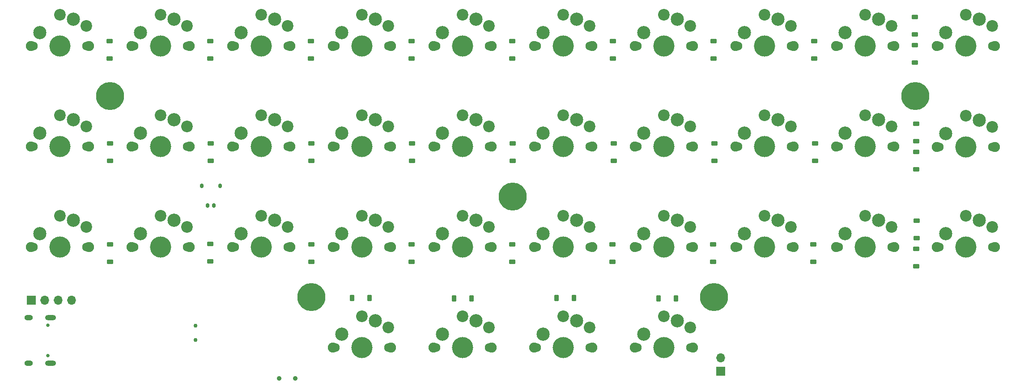
<source format=gbr>
%TF.GenerationSoftware,KiCad,Pcbnew,8.0.9-8.0.9-0~ubuntu22.04.1*%
%TF.CreationDate,2025-10-12T01:46:20+08:00*%
%TF.ProjectId,macropad,6d616372-6f70-4616-942e-6b696361645f,rev?*%
%TF.SameCoordinates,Original*%
%TF.FileFunction,Soldermask,Bot*%
%TF.FilePolarity,Negative*%
%FSLAX46Y46*%
G04 Gerber Fmt 4.6, Leading zero omitted, Abs format (unit mm)*
G04 Created by KiCad (PCBNEW 8.0.9-8.0.9-0~ubuntu22.04.1) date 2025-10-12 01:46:20*
%MOMM*%
%LPD*%
G01*
G04 APERTURE LIST*
G04 Aperture macros list*
%AMRoundRect*
0 Rectangle with rounded corners*
0 $1 Rounding radius*
0 $2 $3 $4 $5 $6 $7 $8 $9 X,Y pos of 4 corners*
0 Add a 4 corners polygon primitive as box body*
4,1,4,$2,$3,$4,$5,$6,$7,$8,$9,$2,$3,0*
0 Add four circle primitives for the rounded corners*
1,1,$1+$1,$2,$3*
1,1,$1+$1,$4,$5*
1,1,$1+$1,$6,$7*
1,1,$1+$1,$8,$9*
0 Add four rect primitives between the rounded corners*
20,1,$1+$1,$2,$3,$4,$5,0*
20,1,$1+$1,$4,$5,$6,$7,0*
20,1,$1+$1,$6,$7,$8,$9,0*
20,1,$1+$1,$8,$9,$2,$3,0*%
G04 Aperture macros list end*
%ADD10R,1.700000X1.700000*%
%ADD11O,1.700000X1.700000*%
%ADD12C,1.900000*%
%ADD13C,1.750000*%
%ADD14C,3.450000*%
%ADD15C,4.000000*%
%ADD16C,2.500000*%
%ADD17C,2.200000*%
%ADD18C,5.300000*%
%ADD19C,0.750000*%
%ADD20C,0.650000*%
%ADD21O,2.100000X1.000000*%
%ADD22O,1.600000X1.000000*%
%ADD23C,0.900000*%
%ADD24RoundRect,0.225000X0.375000X-0.225000X0.375000X0.225000X-0.375000X0.225000X-0.375000X-0.225000X0*%
%ADD25RoundRect,0.225000X-0.375000X0.225000X-0.375000X-0.225000X0.375000X-0.225000X0.375000X0.225000X0*%
%ADD26RoundRect,0.225000X-0.225000X-0.375000X0.225000X-0.375000X0.225000X0.375000X-0.225000X0.375000X0*%
%ADD27RoundRect,0.150000X-0.150000X-0.275000X0.150000X-0.275000X0.150000X0.275000X-0.150000X0.275000X0*%
%ADD28RoundRect,0.175000X-0.175000X-0.225000X0.175000X-0.225000X0.175000X0.225000X-0.175000X0.225000X0*%
G04 APERTURE END LIST*
D10*
%TO.C,JSWD1*%
X118430000Y-95800000D03*
D11*
X120970000Y-95800000D03*
X123510000Y-95800000D03*
X126050000Y-95800000D03*
%TD*%
D10*
%TO.C,J2*%
X248900000Y-109275723D03*
D11*
X248900000Y-106735723D03*
%TD*%
D12*
%TO.C,SW27*%
X232625000Y-104775000D03*
D13*
X233045000Y-104775000D03*
D14*
X238125000Y-104775000D03*
D15*
X238125000Y-104775000D03*
D13*
X243205000Y-104775000D03*
D12*
X243625000Y-104775000D03*
D16*
X234315000Y-102235000D03*
D17*
X238125000Y-98875000D03*
D16*
X240665000Y-99695000D03*
D17*
X243125000Y-100975000D03*
%TD*%
D12*
%TO.C,SW20*%
X289775000Y-85725000D03*
D13*
X290195000Y-85725000D03*
D14*
X295275000Y-85725000D03*
D15*
X295275000Y-85725000D03*
D13*
X300355000Y-85725000D03*
D12*
X300775000Y-85725000D03*
D16*
X291465000Y-83185000D03*
D17*
X295275000Y-79825000D03*
D16*
X297815000Y-80645000D03*
D17*
X300275000Y-81925000D03*
%TD*%
D12*
%TO.C,SW19*%
X270725000Y-85725000D03*
D13*
X271145000Y-85725000D03*
D14*
X276225000Y-85725000D03*
D15*
X276225000Y-85725000D03*
D13*
X281305000Y-85725000D03*
D12*
X281725000Y-85725000D03*
D16*
X272415000Y-83185000D03*
D17*
X276225000Y-79825000D03*
D16*
X278765000Y-80645000D03*
D17*
X281225000Y-81925000D03*
%TD*%
D12*
%TO.C,SW33*%
X156425000Y-47625000D03*
D13*
X156845000Y-47625000D03*
D14*
X161925000Y-47625000D03*
D15*
X161925000Y-47625000D03*
D13*
X167005000Y-47625000D03*
D12*
X167425000Y-47625000D03*
D16*
X158115000Y-45085000D03*
D17*
X161925000Y-41725000D03*
D16*
X164465000Y-42545000D03*
D17*
X166925000Y-43825000D03*
%TD*%
D12*
%TO.C,SW35*%
X194525000Y-47625000D03*
D13*
X194945000Y-47625000D03*
D14*
X200025000Y-47625000D03*
D15*
X200025000Y-47625000D03*
D13*
X205105000Y-47625000D03*
D12*
X205525000Y-47625000D03*
D16*
X196215000Y-45085000D03*
D17*
X200025000Y-41725000D03*
D16*
X202565000Y-42545000D03*
D17*
X205025000Y-43825000D03*
%TD*%
D12*
%TO.C,SW12*%
X137375000Y-85725000D03*
D13*
X137795000Y-85725000D03*
D14*
X142875000Y-85725000D03*
D15*
X142875000Y-85725000D03*
D13*
X147955000Y-85725000D03*
D12*
X148375000Y-85725000D03*
D16*
X139065000Y-83185000D03*
D17*
X142875000Y-79825000D03*
D16*
X145415000Y-80645000D03*
D17*
X147875000Y-81925000D03*
%TD*%
D12*
%TO.C,SW37*%
X232625000Y-47625000D03*
D13*
X233045000Y-47625000D03*
D14*
X238125000Y-47625000D03*
D15*
X238125000Y-47625000D03*
D13*
X243205000Y-47625000D03*
D12*
X243625000Y-47625000D03*
D16*
X234315000Y-45085000D03*
D17*
X238125000Y-41725000D03*
D16*
X240665000Y-42545000D03*
D17*
X243125000Y-43825000D03*
%TD*%
D12*
%TO.C,SW26*%
X213575000Y-104775000D03*
D13*
X213995000Y-104775000D03*
D14*
X219075000Y-104775000D03*
D15*
X219075000Y-104775000D03*
D13*
X224155000Y-104775000D03*
D12*
X224575000Y-104775000D03*
D16*
X215265000Y-102235000D03*
D17*
X219075000Y-98875000D03*
D16*
X221615000Y-99695000D03*
D17*
X224075000Y-100975000D03*
%TD*%
D12*
%TO.C,SW32*%
X137375000Y-47625000D03*
D13*
X137795000Y-47625000D03*
D14*
X142875000Y-47625000D03*
D15*
X142875000Y-47625000D03*
D13*
X147955000Y-47625000D03*
D12*
X148375000Y-47625000D03*
D16*
X139065000Y-45085000D03*
D17*
X142875000Y-41725000D03*
D16*
X145415000Y-42545000D03*
D17*
X147875000Y-43825000D03*
%TD*%
D12*
%TO.C,SW15*%
X194525000Y-85725000D03*
D13*
X194945000Y-85725000D03*
D14*
X200025000Y-85725000D03*
D15*
X200025000Y-85725000D03*
D13*
X205105000Y-85725000D03*
D12*
X205525000Y-85725000D03*
D16*
X196215000Y-83185000D03*
D17*
X200025000Y-79825000D03*
D16*
X202565000Y-80645000D03*
D17*
X205025000Y-81925000D03*
%TD*%
D12*
%TO.C,SW7*%
X232625000Y-66675000D03*
D13*
X233045000Y-66675000D03*
D14*
X238125000Y-66675000D03*
D15*
X238125000Y-66675000D03*
D13*
X243205000Y-66675000D03*
D12*
X243625000Y-66675000D03*
D16*
X234315000Y-64135000D03*
D17*
X238125000Y-60775000D03*
D16*
X240665000Y-61595000D03*
D17*
X243125000Y-62875000D03*
%TD*%
D12*
%TO.C,SW34*%
X175475000Y-47625000D03*
D13*
X175895000Y-47625000D03*
D14*
X180975000Y-47625000D03*
D15*
X180975000Y-47625000D03*
D13*
X186055000Y-47625000D03*
D12*
X186475000Y-47625000D03*
D16*
X177165000Y-45085000D03*
D17*
X180975000Y-41725000D03*
D16*
X183515000Y-42545000D03*
D17*
X185975000Y-43825000D03*
%TD*%
D12*
%TO.C,SW25*%
X194525000Y-104775000D03*
D13*
X194945000Y-104775000D03*
D14*
X200025000Y-104775000D03*
D15*
X200025000Y-104775000D03*
D13*
X205105000Y-104775000D03*
D12*
X205525000Y-104775000D03*
D16*
X196215000Y-102235000D03*
D17*
X200025000Y-98875000D03*
D16*
X202565000Y-99695000D03*
D17*
X205025000Y-100975000D03*
%TD*%
D12*
%TO.C,SW38*%
X251675000Y-47625000D03*
D13*
X252095000Y-47625000D03*
D14*
X257175000Y-47625000D03*
D15*
X257175000Y-47625000D03*
D13*
X262255000Y-47625000D03*
D12*
X262675000Y-47625000D03*
D16*
X253365000Y-45085000D03*
D17*
X257175000Y-41725000D03*
D16*
X259715000Y-42545000D03*
D17*
X262175000Y-43825000D03*
%TD*%
D12*
%TO.C,SW31*%
X118325000Y-47625000D03*
D13*
X118745000Y-47625000D03*
D14*
X123825000Y-47625000D03*
D15*
X123825000Y-47625000D03*
D13*
X128905000Y-47625000D03*
D12*
X129325000Y-47625000D03*
D16*
X120015000Y-45085000D03*
D17*
X123825000Y-41725000D03*
D16*
X126365000Y-42545000D03*
D17*
X128825000Y-43825000D03*
%TD*%
D12*
%TO.C,SW13*%
X156425000Y-85725000D03*
D13*
X156845000Y-85725000D03*
D14*
X161925000Y-85725000D03*
D15*
X161925000Y-85725000D03*
D13*
X167005000Y-85725000D03*
D12*
X167425000Y-85725000D03*
D16*
X158115000Y-83185000D03*
D17*
X161925000Y-79825000D03*
D16*
X164465000Y-80645000D03*
D17*
X166925000Y-81925000D03*
%TD*%
D12*
%TO.C,SW6*%
X213575000Y-66675000D03*
D13*
X213995000Y-66675000D03*
D14*
X219075000Y-66675000D03*
D15*
X219075000Y-66675000D03*
D13*
X224155000Y-66675000D03*
D12*
X224575000Y-66675000D03*
D16*
X215265000Y-64135000D03*
D17*
X219075000Y-60775000D03*
D16*
X221615000Y-61595000D03*
D17*
X224075000Y-62875000D03*
%TD*%
D12*
%TO.C,SW2*%
X137375000Y-66675000D03*
D13*
X137795000Y-66675000D03*
D14*
X142875000Y-66675000D03*
D15*
X142875000Y-66675000D03*
D13*
X147955000Y-66675000D03*
D12*
X148375000Y-66675000D03*
D16*
X139065000Y-64135000D03*
D17*
X142875000Y-60775000D03*
D16*
X145415000Y-61595000D03*
D17*
X147875000Y-62875000D03*
%TD*%
D12*
%TO.C,SW3*%
X156425000Y-66675000D03*
D13*
X156845000Y-66675000D03*
D14*
X161925000Y-66675000D03*
D15*
X161925000Y-66675000D03*
D13*
X167005000Y-66675000D03*
D12*
X167425000Y-66675000D03*
D16*
X158115000Y-64135000D03*
D17*
X161925000Y-60775000D03*
D16*
X164465000Y-61595000D03*
D17*
X166925000Y-62875000D03*
%TD*%
D12*
%TO.C,SW11*%
X118325000Y-85725000D03*
D13*
X118745000Y-85725000D03*
D14*
X123825000Y-85725000D03*
D15*
X123825000Y-85725000D03*
D13*
X128905000Y-85725000D03*
D12*
X129325000Y-85725000D03*
D16*
X120015000Y-83185000D03*
D17*
X123825000Y-79825000D03*
D16*
X126365000Y-80645000D03*
D17*
X128825000Y-81925000D03*
%TD*%
D12*
%TO.C,SW24*%
X175475000Y-104775000D03*
D13*
X175895000Y-104775000D03*
D14*
X180975000Y-104775000D03*
D15*
X180975000Y-104775000D03*
D13*
X186055000Y-104775000D03*
D12*
X186475000Y-104775000D03*
D16*
X177165000Y-102235000D03*
D17*
X180975000Y-98875000D03*
D16*
X183515000Y-99695000D03*
D17*
X185975000Y-100975000D03*
%TD*%
D12*
%TO.C,SW1*%
X118325000Y-66675000D03*
D13*
X118745000Y-66675000D03*
D14*
X123825000Y-66675000D03*
D15*
X123825000Y-66675000D03*
D13*
X128905000Y-66675000D03*
D12*
X129325000Y-66675000D03*
D16*
X120015000Y-64135000D03*
D17*
X123825000Y-60775000D03*
D16*
X126365000Y-61595000D03*
D17*
X128825000Y-62875000D03*
%TD*%
D12*
%TO.C,SW39*%
X270725000Y-47625000D03*
D13*
X271145000Y-47625000D03*
D14*
X276225000Y-47625000D03*
D15*
X276225000Y-47625000D03*
D13*
X281305000Y-47625000D03*
D12*
X281725000Y-47625000D03*
D16*
X272415000Y-45085000D03*
D17*
X276225000Y-41725000D03*
D16*
X278765000Y-42545000D03*
D17*
X281225000Y-43825000D03*
%TD*%
D12*
%TO.C,SW4*%
X175475000Y-66675000D03*
D13*
X175895000Y-66675000D03*
D14*
X180975000Y-66675000D03*
D15*
X180975000Y-66675000D03*
D13*
X186055000Y-66675000D03*
D12*
X186475000Y-66675000D03*
D16*
X177165000Y-64135000D03*
D17*
X180975000Y-60775000D03*
D16*
X183515000Y-61595000D03*
D17*
X185975000Y-62875000D03*
%TD*%
D12*
%TO.C,SW8*%
X251675000Y-66675000D03*
D13*
X252095000Y-66675000D03*
D14*
X257175000Y-66675000D03*
D15*
X257175000Y-66675000D03*
D13*
X262255000Y-66675000D03*
D12*
X262675000Y-66675000D03*
D16*
X253365000Y-64135000D03*
D17*
X257175000Y-60775000D03*
D16*
X259715000Y-61595000D03*
D17*
X262175000Y-62875000D03*
%TD*%
D12*
%TO.C,SW5*%
X194525000Y-66675000D03*
D13*
X194945000Y-66675000D03*
D14*
X200025000Y-66675000D03*
D15*
X200025000Y-66675000D03*
D13*
X205105000Y-66675000D03*
D12*
X205525000Y-66675000D03*
D16*
X196215000Y-64135000D03*
D17*
X200025000Y-60775000D03*
D16*
X202565000Y-61595000D03*
D17*
X205025000Y-62875000D03*
%TD*%
D12*
%TO.C,SW40*%
X289775000Y-47625000D03*
D13*
X290195000Y-47625000D03*
D14*
X295275000Y-47625000D03*
D15*
X295275000Y-47625000D03*
D13*
X300355000Y-47625000D03*
D12*
X300775000Y-47625000D03*
D16*
X291465000Y-45085000D03*
D17*
X295275000Y-41725000D03*
D16*
X297815000Y-42545000D03*
D17*
X300275000Y-43825000D03*
%TD*%
D12*
%TO.C,SW10*%
X289775000Y-66725000D03*
D13*
X290195000Y-66725000D03*
D14*
X295275000Y-66725000D03*
D15*
X295275000Y-66725000D03*
D13*
X300355000Y-66725000D03*
D12*
X300775000Y-66725000D03*
D16*
X291465000Y-64185000D03*
D17*
X295275000Y-60825000D03*
D16*
X297815000Y-61645000D03*
D17*
X300275000Y-62925000D03*
%TD*%
D12*
%TO.C,SW17*%
X232625000Y-85725000D03*
D13*
X233045000Y-85725000D03*
D14*
X238125000Y-85725000D03*
D15*
X238125000Y-85725000D03*
D13*
X243205000Y-85725000D03*
D12*
X243625000Y-85725000D03*
D16*
X234315000Y-83185000D03*
D17*
X238125000Y-79825000D03*
D16*
X240665000Y-80645000D03*
D17*
X243125000Y-81925000D03*
%TD*%
D12*
%TO.C,SW16*%
X213575000Y-85725000D03*
D13*
X213995000Y-85725000D03*
D14*
X219075000Y-85725000D03*
D15*
X219075000Y-85725000D03*
D13*
X224155000Y-85725000D03*
D12*
X224575000Y-85725000D03*
D16*
X215265000Y-83185000D03*
D17*
X219075000Y-79825000D03*
D16*
X221615000Y-80645000D03*
D17*
X224075000Y-81925000D03*
%TD*%
D12*
%TO.C,SW14*%
X175475000Y-85725000D03*
D13*
X175895000Y-85725000D03*
D14*
X180975000Y-85725000D03*
D15*
X180975000Y-85725000D03*
D13*
X186055000Y-85725000D03*
D12*
X186475000Y-85725000D03*
D16*
X177165000Y-83185000D03*
D17*
X180975000Y-79825000D03*
D16*
X183515000Y-80645000D03*
D17*
X185975000Y-81925000D03*
%TD*%
D12*
%TO.C,SW18*%
X251675000Y-85725000D03*
D13*
X252095000Y-85725000D03*
D14*
X257175000Y-85725000D03*
D15*
X257175000Y-85725000D03*
D13*
X262255000Y-85725000D03*
D12*
X262675000Y-85725000D03*
D16*
X253365000Y-83185000D03*
D17*
X257175000Y-79825000D03*
D16*
X259715000Y-80645000D03*
D17*
X262175000Y-81925000D03*
%TD*%
D12*
%TO.C,SW36*%
X213575000Y-47625000D03*
D13*
X213995000Y-47625000D03*
D14*
X219075000Y-47625000D03*
D15*
X219075000Y-47625000D03*
D13*
X224155000Y-47625000D03*
D12*
X224575000Y-47625000D03*
D16*
X215265000Y-45085000D03*
D17*
X219075000Y-41725000D03*
D16*
X221615000Y-42545000D03*
D17*
X224075000Y-43825000D03*
%TD*%
D12*
%TO.C,SW9*%
X270725000Y-66675000D03*
D13*
X271145000Y-66675000D03*
D14*
X276225000Y-66675000D03*
D15*
X276225000Y-66675000D03*
D13*
X281305000Y-66675000D03*
D12*
X281725000Y-66675000D03*
D16*
X272415000Y-64135000D03*
D17*
X276225000Y-60775000D03*
D16*
X278765000Y-61595000D03*
D17*
X281225000Y-62875000D03*
%TD*%
D18*
%TO.C,H3*%
X247650000Y-95250000D03*
%TD*%
%TO.C,H4*%
X209550000Y-76200000D03*
%TD*%
%TO.C,H5*%
X133350000Y-57150000D03*
%TD*%
%TO.C,H2*%
X285750000Y-57150000D03*
%TD*%
%TO.C,H1*%
X171450000Y-95250000D03*
%TD*%
D19*
%TO.C,R_TACT1*%
X149500000Y-100625000D03*
X149500000Y-103375000D03*
%TD*%
D20*
%TO.C,J1*%
X121555000Y-100560000D03*
X121555000Y-106340000D03*
D21*
X122085000Y-99130000D03*
D22*
X117905000Y-99130000D03*
D21*
X122085000Y-107770000D03*
D22*
X117905000Y-107770000D03*
%TD*%
D23*
%TO.C,SW21*%
X165350000Y-110610000D03*
X168350000Y-110610000D03*
%TD*%
D24*
%TO.C,D23*%
X228621425Y-69400000D03*
X228621425Y-66100000D03*
%TD*%
D25*
%TO.C,D39*%
X285850000Y-67700000D03*
X285850000Y-71000000D03*
%TD*%
D24*
%TO.C,D32*%
X266450000Y-88550000D03*
X266450000Y-85250000D03*
%TD*%
%TO.C,D26*%
X247507142Y-46700000D03*
X247507142Y-50000000D03*
%TD*%
%TO.C,D24*%
X228421425Y-88550000D03*
X228421425Y-85250000D03*
%TD*%
%TO.C,D14*%
X190378571Y-46700000D03*
X190378571Y-50000000D03*
%TD*%
%TO.C,D11*%
X171428570Y-69400000D03*
X171428570Y-66100000D03*
%TD*%
%TO.C,D27*%
X247685710Y-69400000D03*
X247685710Y-66100000D03*
%TD*%
%TO.C,D7*%
X152364285Y-69400000D03*
X152364285Y-66100000D03*
%TD*%
D26*
%TO.C,D25*%
X237100000Y-95450000D03*
X240400000Y-95450000D03*
%TD*%
D24*
%TO.C,D31*%
X266750000Y-69400000D03*
X266750000Y-66100000D03*
%TD*%
D26*
%TO.C,D21*%
X217783332Y-95400000D03*
X221083332Y-95400000D03*
%TD*%
D24*
%TO.C,D28*%
X247435710Y-88550000D03*
X247435710Y-85250000D03*
%TD*%
%TO.C,D22*%
X228464285Y-46700000D03*
X228464285Y-50000000D03*
%TD*%
%TO.C,D1*%
X133250000Y-46700000D03*
X133250000Y-50000000D03*
%TD*%
%TO.C,D2*%
X133300000Y-69400000D03*
X133300000Y-66100000D03*
%TD*%
%TO.C,D20*%
X209407140Y-88550000D03*
X209407140Y-85250000D03*
%TD*%
%TO.C,D3*%
X133350000Y-88550000D03*
X133350000Y-85250000D03*
%TD*%
D26*
%TO.C,D17*%
X198466666Y-95500000D03*
X201766666Y-95500000D03*
%TD*%
D24*
%TO.C,D19*%
X209557140Y-69400000D03*
X209557140Y-66100000D03*
%TD*%
D25*
%TO.C,D38*%
X285600000Y-47450000D03*
X285600000Y-50750000D03*
%TD*%
D24*
%TO.C,D18*%
X209421428Y-46700000D03*
X209421428Y-50000000D03*
%TD*%
%TO.C,D12*%
X171378570Y-88550000D03*
X171378570Y-85250000D03*
%TD*%
%TO.C,D6*%
X152292857Y-46700000D03*
X152292857Y-50000000D03*
%TD*%
%TO.C,D16*%
X190392855Y-88550000D03*
X190392855Y-85250000D03*
%TD*%
D25*
%TO.C,D40*%
X285900000Y-86100000D03*
X285900000Y-89400000D03*
%TD*%
D27*
%TO.C,J3*%
X151800000Y-77875000D03*
X153000000Y-77875000D03*
D28*
X150650000Y-74100000D03*
X154150000Y-74100000D03*
%TD*%
D24*
%TO.C,D36*%
X285950000Y-84050000D03*
X285950000Y-80750000D03*
%TD*%
%TO.C,D35*%
X285850000Y-65700000D03*
X285850000Y-62400000D03*
%TD*%
%TO.C,D10*%
X171335714Y-46700000D03*
X171335714Y-50000000D03*
%TD*%
D26*
%TO.C,D13*%
X179150000Y-95400000D03*
X182450000Y-95400000D03*
%TD*%
D24*
%TO.C,D15*%
X190492855Y-69400000D03*
X190492855Y-66100000D03*
%TD*%
%TO.C,D34*%
X285600000Y-42150000D03*
X285600000Y-45450000D03*
%TD*%
%TO.C,D30*%
X266550000Y-50000000D03*
X266550000Y-46700000D03*
%TD*%
%TO.C,D8*%
X152300000Y-88450000D03*
X152300000Y-85150000D03*
%TD*%
M02*

</source>
